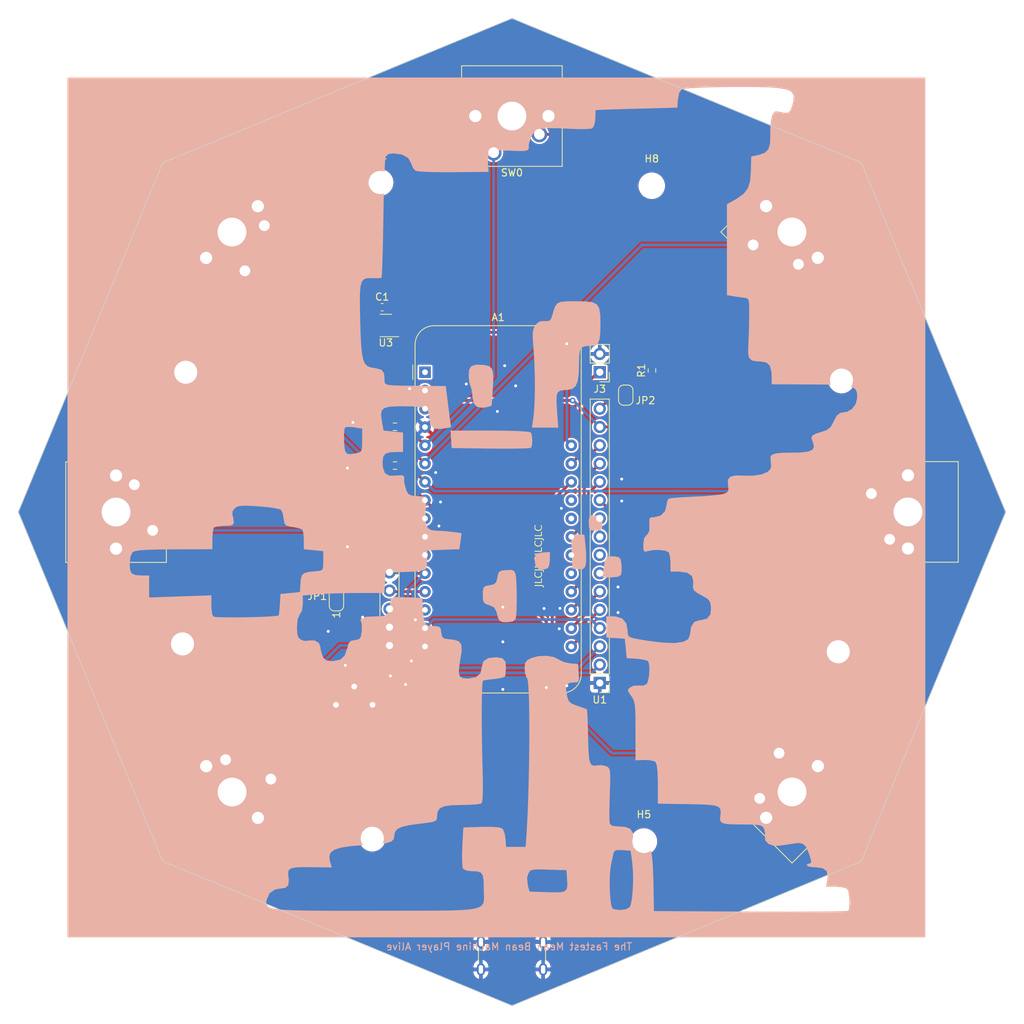
<source format=kicad_pcb>
(kicad_pcb (version 20221018) (generator pcbnew)
  (layers (0 "F.Cu" signal) (31 "B.Cu" signal) (34 "B.Paste" user) (35 "F.Paste" user) (36 "B.SilkS" user "B.Silkscreen") (37 "F.SilkS" user "F.Silkscreen") (38 "B.Mask" user) (39 "F.Mask" user) (44 "Edge.Cuts" user))
  (net 0 "")
  (net 3 "/DB7")
  (net 4 "/DB4")
  (net 5 "/DB5")
  (net 6 "/DB6")
  (net 7 "GND")
  (net 8 "+3.3V")
  (net 9 "/SW3")
  (net 10 "/SW4")
  (net 11 "/SW5")
  (net 12 "/SW6")
  (net 13 "/SW1")
  (net 14 "/SW2")
  (net 16 "/SW0")
  (net 17 "/S2")
  (net 18 "/S1")
  (net 19 "Net-(A1-TX{slash}IO17)")
  (net 20 "Net-(A1-SDA{slash}IO23)")
  (net 21 "Net-(A1-SCL{slash}IO22)")
  (net 22 "Net-(A1-EN)")
  (net 23 "Net-(A1-VBAT)")
  (net 24 "Net-(U3-NR)")
  (net 25 "Net-(JP1-C)")
  (net 26 "Net-(JP1-B)")
  (net 27 "/KEY")
  (net 28 "Net-(U1-VO)")
  (net 30 "Net-(JP2-B)")
  (net 37 "Net-(A1-USB)")
  (net 38 "Net-(J1-CC1)")
  (net 39 "Net-(J1-CC2)")
  (footprint "Button_Switch_Keyboard:SW_Cherry_MX_1.00u_PCB" (layer "F.Cu") (at -2.55 -49.92 180)
    (fp_text reference "SW0" (at -2.54 -2.794) (layer "F.SilkS"))
    (fp_text value "ChMxBl")
    (pad "" np_thru_hole circle (at -7.62 5.08 180) (size 1.7 1.7) (drill 1.7) (layers "*.Cu" "*.Mask"))
    (pad "" np_thru_hole circle (at -2.54 5.08 180) (size 4 4) (drill 4) (layers "*.Cu" "*.Mask"))
    (pad "" np_thru_hole circle (at 2.54 5.08 180) (size 1.7 1.7) (drill 1.7) (layers "*.Cu" "*.Mask"))
    (pad "1" thru_hole circle (at 0 0 180) (size 2.2 2.2) (drill 1.5) (layers "*.Cu" "*.Mask") (net 16 "/SW0"))
    (pad "2" thru_hole circle (at -6.35 2.54 180) (size 2.2 2.2) (drill 1.5) (layers "*.Cu" "*.Mask") (net 8 "+3.3V"))
  )
  (footprint "Resistor_SMD:R_0603_1608Metric_Pad0.98x0.95mm_HandSolder" (layer "F.Cu") (at 0.762 54.61 90)
    (fp_text reference "R9" (at 2.6905 0 90) (layer "F.SilkS"))
    (fp_text value "5k1")
    (pad "1" smd roundrect (at -0.9125 0 90) (size 0.975 0.95) (layers "F.Cu" "F.Paste" "F.Mask") (net 39 "Net-(J1-CC2)"))
    (pad "2" smd roundrect (at 0.9125 0 90) (size 0.975 0.95) (layers "F.Cu" "F.Paste" "F.Mask") (net 7 "GND"))
  )
  (footprint "Button_Switch_Keyboard:SW_Cherry_MX_1.00u_PCB" (layer "F.Cu") (at -49.92 2.55 -90)
    (fp_text reference "SW5" (at -2.54 -2.794 90) (layer "F.SilkS"))
    (fp_text value "ChMxBl")
    (pad "" np_thru_hole circle (at -7.62 5.08 270) (size 1.7 1.7) (drill 1.7) (layers "*.Cu" "*.Mask"))
    (pad "" np_thru_hole circle (at -2.54 5.08 270) (size 4 4) (drill 4) (layers "*.Cu" "*.Mask"))
    (pad "" np_thru_hole circle (at 2.54 5.08 270) (size 1.7 1.7) (drill 1.7) (layers "*.Cu" "*.Mask"))
    (pad "1" thru_hole circle (at 0 0 270) (size 2.2 2.2) (drill 1.5) (layers "*.Cu" "*.Mask") (net 11 "/SW5"))
    (pad "2" thru_hole circle (at -6.35 2.54 270) (size 2.2 2.2) (drill 1.5) (layers "*.Cu" "*.Mask") (net 8 "+3.3V"))
  )
  (footprint "Resistor_SMD:R_0603_1608Metric_Pad0.98x0.95mm_HandSolder" (layer "F.Cu") (at -16.256 -6.452556)
    (fp_text reference "R4" (at -2.794 0) (layer "F.SilkS"))
    (fp_text value "10k")
    (pad "1" smd roundrect (at -0.9125 0) (size 0.975 0.95) (layers "F.Cu" "F.Paste" "F.Mask") (net 7 "GND"))
    (pad "2" smd roundrect (at 0.9125 0) (size 0.975 0.95) (layers "F.Cu" "F.Paste" "F.Mask") (net 14 "/SW2"))
  )
  (footprint "MountingHole:MountingHole_3.2mm_M3_ISO14580" (layer "F.Cu") (at 45.318474 19.410081)
    (fp_text reference "H6" (at 0 -3.75) (layer "F.SilkS"))
    (fp_text value "MountingHole")
    (pad "" np_thru_hole circle (at 0 0) (size 3.2 3.2) (drill 3.2) (layers "*.Cu" "*.Mask"))
  )
  (footprint "MountingHole:MountingHole_3.2mm_M3_ISO14580" (layer "F.Cu") (at 18.32 45.77)
    (fp_text reference "H5" (at 0 -3.75) (layer "F.SilkS"))
    (fp_text value "MountingHole")
    (pad "" np_thru_hole circle (at 0 0) (size 3.2 3.2) (drill 3.2) (layers "*.Cu" "*.Mask"))
  )
  (footprint "MountingHole:MountingHole_3.2mm_M3_ISO14580" (layer "F.Cu") (at 19.410081 -45.318474)
    (fp_text reference "H8" (at 0 -3.75) (layer "F.SilkS"))
    (fp_text value "MountingHole")
    (pad "" np_thru_hole circle (at 0 0) (size 3.2 3.2) (drill 3.2) (layers "*.Cu" "*.Mask"))
  )
  (footprint "Resistor_SMD:R_0603_1608Metric_Pad0.98x0.95mm_HandSolder" (layer "F.Cu") (at -16.256 -11.835444)
    (fp_text reference "R2" (at -2.794 0) (layer "F.SilkS"))
    (fp_text value "10k")
    (pad "1" smd roundrect (at -0.9125 0) (size 0.975 0.95) (layers "F.Cu" "F.Paste" "F.Mask") (net 7 "GND"))
    (pad "2" smd roundrect (at 0.9125 0) (size 0.975 0.95) (layers "F.Cu" "F.Paste" "F.Mask") (net 16 "/SW0"))
  )
  (footprint "Resistor_SMD:R_0603_1608Metric_Pad0.98x0.95mm_HandSolder" (layer "F.Cu") (at -16.256 -1.069668)
    (fp_text reference "R6" (at -2.794 0) (layer "F.SilkS"))
    (fp_text value "10k")
    (pad "1" smd roundrect (at -0.9125 0) (size 0.975 0.95) (layers "F.Cu" "F.Paste" "F.Mask") (net 7 "GND"))
    (pad "2" smd roundrect (at 0.9125 0) (size 0.975 0.95) (layers "F.Cu" "F.Paste" "F.Mask") (net 10 "/SW4"))
  )
  (footprint "Module:Adafruit_Feather" (layer "F.Cu") (at -12.0845 -19.417207)
    (fp_text reference "A1" (at 10.16 -7.62) (layer "F.SilkS"))
    (fp_text value "Adafruit_Feather_HUZZAH32_ESP32")
    (pad "1" thru_hole rect (at 0 0 180) (size 1.6 1.6) (drill 0.8) (layers "*.Cu" "*.Mask"))
    (pad "2" thru_hole circle (at 0 2.54 180) (size 1.6 1.6) (drill 0.8) (layers "*.Cu" "*.Mask") (net 8 "+3.3V"))
    (pad "3" thru_hole circle (at 0 5.08 180) (size 1.6 1.6) (drill 0.8) (layers "*.Cu" "*.Mask"))
    (pad "4" thru_hole circle (at 0 7.62 180) (size 1.6 1.6) (drill 0.8) (layers "*.Cu" "*.Mask") (net 7 "GND"))
    (pad "5" thru_hole circle (at 0 10.16 180) (size 1.6 1.6) (drill 0.8) (layers "*.Cu" "*.Mask") (net 16 "/SW0"))
    (pad "6" thru_hole circle (at 0 12.7 180) (size 1.6 1.6) (drill 0.8) (layers "*.Cu" "*.Mask") (net 13 "/SW1"))
    (pad "7" thru_hole circle (at 0 15.24 180) (size 1.6 1.6) (drill 0.8) (layers "*.Cu" "*.Mask") (net 14 "/SW2"))
    (pad "8" thru_hole circle (at 0 17.78 180) (size 1.6 1.6) (drill 0.8) (layers "*.Cu" "*.Mask") (net 9 "/SW3"))
    (pad "9" thru_hole circle (at 0 20.32 180) (size 1.6 1.6) (drill 0.8) (layers "*.Cu" "*.Mask") (net 10 "/SW4"))
    (pad "10" thru_hole circle (at 0 22.86 180) (size 1.6 1.6) (drill 0.8) (layers "*.Cu" "*.Mask") (net 11 "/SW5"))
    (pad "11" thru_hole circle (at 0 25.4 180) (size 1.6 1.6) (drill 0.8) (layers "*.Cu" "*.Mask"))
    (pad "12" thru_hole circle (at 0 27.94 180) (size 1.6 1.6) (drill 0.8) (layers "*.Cu" "*.Mask") (net 12 "/SW6"))
    (pad "13" thru_hole circle (at 0 30.48 180) (size 1.6 1.6) (drill 0.8) (layers "*.Cu" "*.Mask") (net 17 "/S2"))
    (pad "14" thru_hole circle (at 0 33.02 180) (size 1.6 1.6) (drill 0.8) (layers "*.Cu" "*.Mask") (net 18 "/S1"))
    (pad "15" thru_hole circle (at 0 35.56 180) (size 1.6 1.6) (drill 0.8) (layers "*.Cu" "*.Mask") (net 19 "Net-(A1-TX{slash}IO17)"))
    (pad "16" thru_hole circle (at 0 38.1 180) (size 1.6 1.6) (drill 0.8) (layers "*.Cu" "*.Mask") (net 27 "/KEY"))
    (pad "17" thru_hole circle (at 20.32 38.1 180) (size 1.6 1.6) (drill 0.8) (layers "*.Cu" "*.Mask") (net 20 "Net-(A1-SDA{slash}IO23)"))
    (pad "18" thru_hole circle (at 20.32 35.56 180) (size 1.6 1.6) (drill 0.8) (layers "*.Cu" "*.Mask") (net 21 "Net-(A1-SCL{slash}IO22)"))
    (pad "19" thru_hole circle (at 20.32 33.02 180) (size 1.6 1.6) (drill 0.8) (layers "*.Cu" "*.Mask") (net 4 "/DB4"))
    (pad "20" thru_hole circle (at 20.32 30.48 180) (size 1.6 1.6) (drill 0.8) (layers "*.Cu" "*.Mask") (net 5 "/DB5"))
    (pad "21" thru_hole circle (at 20.32 27.94 180) (size 1.6 1.6) (drill 0.8) (layers "*.Cu" "*.Mask"))
    (pad "22" thru_hole circle (at 20.32 25.4 180) (size 1.6 1.6) (drill 0.8) (layers "*.Cu" "*.Mask") (net 6 "/DB6"))
    (pad "23" thru_hole circle (at 20.32 22.86 180) (size 1.6 1.6) (drill 0.8) (layers "*.Cu" "*.Mask") (net 3 "/DB7"))
    (pad "24" thru_hole circle (at 20.32 20.32 180) (size 1.6 1.6) (drill 0.8) (layers "*.Cu" "*.Mask"))
    (pad "25" thru_hole circle (at 20.32 17.78 180) (size 1.6 1.6) (drill 0.8) (layers "*.Cu" "*.Mask"))
    (pad "26" thru_hole circle (at 20.32 15.24 180) (size 1.6 1.6) (drill 0.8) (layers "*.Cu" "*.Mask") (net 37 "Net-(A1-USB)"))
    (pad "27" thru_hole circle (at 20.32 12.7 180) (size 1.6 1.6) (drill 0.8) (layers "*.Cu" "*.Mask") (net 22 "Net-(A1-EN)"))
    (pad "28" thru_hole circle (at 20.32 10.16 180) (size 1.6 1.6) (drill 0.8) (layers "*.Cu" "*.Mask") (net 23 "Net-(A1-VBAT)"))
  )
  (footprint "Resistor_SMD:R_0603_1608Metric_Pad0.98x0.95mm_HandSolder" (layer "F.Cu") (at -16.256 4.31322)
    (fp_text reference "R8" (at -2.794 0) (layer "F.SilkS"))
    (fp_text value "10k")
    (pad "1" smd roundrect (at -0.9125 0) (size 0.975 0.95) (layers "F.Cu" "F.Paste" "F.Mask") (net 7 "GND"))
    (pad "2" smd roundrect (at 0.9125 0) (size 0.975 0.95) (layers "F.Cu" "F.Paste" "F.Mask") (net 12 "/SW6"))
  )
  (footprint "PCM_Potentiometer_THT_AKL:Potentiometer_Bourns_3266W_Vertical" (layer "F.Cu") (at -24.455 26.785 180)
    (fp_text reference "RV1" (at -2.54 -2.27) (layer "F.SilkS"))
    (fp_text value "R_Potentiometer_Trim" hide)
    (pad "1" thru_hole circle (at 0 0 180) (size 1.44 1.44) (drill 0.8) (layers "*.Cu" "*.Mask") (net 7 "GND"))
    (pad "2" thru_hole circle (at -2.54 2.54 180) (size 1.44 1.44) (drill 0.8) (layers "*.Cu" "*.Mask") (net 28 "Net-(U1-VO)"))
    (pad "3" thru_hole circle (at -5.08 0 180) (size 1.44 1.44) (drill 0.8) (layers "*.Cu" "*.Mask") (net 25 "Net-(JP1-C)"))
  )
  (footprint "Button_Switch_Keyboard:SW_Cherry_MX_1.00u_PCB" (layer "F.Cu") (at -37.101893 -33.495648 -135)
    (fp_text reference "SW4" (at -2.54 -2.794 45) (layer "F.SilkS"))
    (fp_text value "ChMxBl")
    (pad "" np_thru_hole circle (at -7.62 5.08 225) (size 1.7 1.7) (drill 1.7) (layers "*.Cu" "*.Mask"))
    (pad "" np_thru_hole circle (at -2.54 5.08 225) (size 4 4) (drill 4) (layers "*.Cu" "*.Mask"))
    (pad "" np_thru_hole circle (at 2.54 5.08 225) (size 1.7 1.7) (drill 1.7) (layers "*.Cu" "*.Mask"))
    (pad "1" thru_hole circle (at 0 0 225) (size 2.2 2.2) (drill 1.5) (layers "*.Cu" "*.Mask") (net 10 "/SW4"))
    (pad "2" thru_hole circle (at -6.35 2.54 225) (size 2.2 2.2) (drill 1.5) (layers "*.Cu" "*.Mask") (net 8 "+3.3V"))
  )
  (footprint "Jumper:SolderJumper-3_P1.3mm_Bridged12_RoundedPad1.0x1.5mm_NumberLabels" (layer "F.Cu") (at -24.384 11.684 90)
    (fp_text reference "JP1" (at -0.016 -2.666 180) (layer "F.SilkS"))
    (fp_text value "Vfeather/Vbatt")
    (fp_text user "3" (at 2.6 0 90) (layer "F.SilkS"))
    (fp_text user "1" (at -2.6 0 90) (layer "F.SilkS"))
    (fp_poly (pts (xy -0.9 -0.3) (xy -0.4 -0.3) (xy -0.4 0.3) (xy -0.9 0.3)) (fill solid) (layer "F.Cu"))
    (pad "1" smd custom (at -1.3 0 90) (size 1 0.5) (layers "F.Cu" "F.Mask") (net 8 "+3.3V") (options (clearance outline) (anchor rect)) (primitives (gr_poly (pts (xy 0.55 0.75) (xy 0 0.75) (xy 0 -0.75) (xy 0.55 -0.75)) (width 0) (fill yes)) (gr_circle (center 0 0.25) (end 0.5 0.25) (width 0) (fill yes)) (gr_circle (center 0 -0.25) (end 0.5 -0.25) (width 0) (fill yes))))
    (pad "2" smd rect (at 0 0 90) (size 1 1.5) (layers "F.Cu" "F.Mask") (net 25 "Net-(JP1-C)"))
    (pad "3" smd custom (at 1.3 0 90) (size 1 0.5) (layers "F.Cu" "F.Mask") (net 26 "Net-(JP1-B)") (options (clearance outline) (anchor rect)) (primitives (gr_circle (center 0 0.25) (end 0.5 0.25) (width 0) (fill yes)) (gr_circle (center 0 -0.25) (end 0.5 -0.25) (width 0) (fill yes)) (gr_poly (pts (xy 0 0.75) (xy -0.55 0.75) (xy -0.55 -0.75) (xy 0 -0.75)) (width 0) (fill yes))))
  )
  (footprint "Connector_PinHeader_2.54mm:PinHeader_1x02_P2.54mm_Vertical" (layer "F.Cu") (at 12.192 -19.412207 180)
    (fp_text reference "J3" (at 0 -2.33) (layer "F.SilkS"))
    (fp_text value "MCU_EN")
    (pad "1" thru_hole rect (at 0 0 180) (size 1.7 1.7) (drill 1) (layers "*.Cu" "*.Mask") (net 22 "Net-(A1-EN)"))
    (pad "2" thru_hole oval (at 0 2.54 180) (size 1.7 1.7) (drill 1) (layers "*.Cu" "*.Mask") (net 7 "GND"))
  )
  (footprint "Resistor_SMD:R_0603_1608Metric_Pad0.98x0.95mm_HandSolder" (layer "F.Cu") (at -16.256 1.621776)
    (fp_text reference "R7" (at -2.794 0) (layer "F.SilkS"))
    (fp_text value "10k")
    (pad "1" smd roundrect (at -0.9125 0) (size 0.975 0.95) (layers "F.Cu" "F.Paste" "F.Mask") (net 7 "GND"))
    (pad "2" smd roundrect (at 0.9125 0) (size 0.975 0.95) (layers "F.Cu" "F.Paste" "F.Mask") (net 11 "/SW5"))
  )
  (footprint "Button_Switch_Keyboard:SW_Cherry_MX_1.00u_PCB" (layer "F.Cu") (at 33.495648 -37.101893 135)
    (fp_text reference "SW1" (at -2.54 -2.794 135) (layer "F.SilkS"))
    (fp_text value "ChMxBl")
    (pad "" np_thru_hole circle (at -7.62 5.08 135) (size 1.7 1.7) (drill 1.7) (layers "*.Cu" "*.Mask"))
    (pad "" np_thru_hole circle (at -2.54 5.08 135) (size 4 4) (drill 4) (layers "*.Cu" "*.Mask"))
    (pad "" np_thru_hole circle (at 2.54 5.08 135) (size 1.7 1.7) (drill 1.7) (layers "*.Cu" "*.Mask"))
    (pad "1" thru_hole circle (at 0 0 135) (size 2.2 2.2) (drill 1.5) (layers "*.Cu" "*.Mask") (net 13 "/SW1"))
    (pad "2" thru_hole circle (at -6.35 2.54 135) (size 2.2 2.2) (drill 1.5) (layers "*.Cu" "*.Mask") (net 8 "+3.3V"))
  )
  (footprint "MountingHole:MountingHole_3.2mm_M3_ISO14580" (layer "F.Cu") (at -19.410081 45.318474)
    (fp_text reference "H4" (at 0 -3.75) (layer "F.SilkS"))
    (fp_text value "MountingHole")
    (pad "" np_thru_hole circle (at 0 0) (size 3.2 3.2) (drill 3.2) (layers "*.Cu" "*.Mask"))
  )
  (footprint "MountingHole:MountingHole_3.2mm_M3_ISO14580" (layer "F.Cu") (at -45.77 18.32)
    (fp_text reference "H3" (at 0 -3.75) (layer "F.SilkS"))
    (fp_text value "MountingHole")
    (pad "" np_thru_hole circle (at 0 0) (size 3.2 3.2) (drill 3.2) (layers "*.Cu" "*.Mask"))
  )
  (footprint "MountingHole:MountingHole_3.2mm_M3_ISO14580" (layer "F.Cu") (at 45.77 -18.32)
    (fp_text reference "H7" (at 0 -3.75) (layer "F.SilkS"))
    (fp_text value "MountingHole")
    (pad "" np_thru_hole circle (at 0 0) (size 3.2 3.2) (drill 3.2) (layers "*.Cu" "*.Mask"))
  )
  (footprint "MountingHole:MountingHole_3.2mm_M3_ISO14580" (layer "F.Cu") (at -18.32 -45.77)
    (fp_text reference "H1" (at 0 -3.75) (layer "F.SilkS"))
    (fp_text value "MountingHole")
    (pad "" np_thru_hole circle (at 0 0) (size 3.2 3.2) (drill 3.2) (layers "*.Cu" "*.Mask"))
  )
  (footprint "MountingHole:MountingHole_3.2mm_M3_ISO14580" (layer "F.Cu") (at -45.318474 -19.410081)
    (fp_text reference "H2" (at 0 -3.75) (layer "F.SilkS"))
    (fp_text value "MountingHole")
    (pad "" np_thru_hole circle (at 0 0) (size 3.2 3.2) (drill 3.2) (layers "*.Cu" "*.Mask"))
  )
  (footprint "Connector_PinSocket_2.54mm:PinSocket_1x05_P2.54mm_Vertical" (layer "F.Cu") (at -17.018 18.542 180)
    (fp_text reference "J2" (at 2.632 -0.248 180) (layer "F.SilkS"))
    (fp_text value "Rot_Enc")
    (pad "1" thru_hole rect (at 0 0 180) (size 1.7 1.7) (drill 1) (layers "*.Cu" "*.Mask") (net 8 "+3.3V"))
    (pad "2" thru_hole oval (at 0 2.54 180) (size 1.7 1.7) (drill 1) (layers "*.Cu" "*.Mask") (net 27 "/KEY"))
    (pad "3" thru_hole oval (at 0 5.08 180) (size 1.7 1.7) (drill 1) (layers "*.Cu" "*.Mask") (net 18 "/S1"))
    (pad "4" thru_hole oval (at 0 7.62 180) (size 1.7 1.7) (drill 1) (layers "*.Cu" "*.Mask") (net 17 "/S2"))
    (pad "5" thru_hole oval (at 0 10.16 180) (size 1.7 1.7) (drill 1) (layers "*.Cu" "*.Mask") (net 7 "GND"))
  )
  (footprint "Button_Switch_Keyboard:SW_Cherry_MX_1.00u_PCB" (layer "F.Cu") (at -33.495648 37.101893 -45)
    (fp_text reference "SW6" (at -2.54 -2.794 135) (layer "F.SilkS"))
    (fp_text value "ChMxBl")
    (pad "" np_thru_hole circle (at -7.62 5.08 315) (size 1.7 1.7) (drill 1.7) (layers "*.Cu" "*.Mask"))
    (pad "" np_thru_hole circle (at -2.54 5.08 315) (size 4 4) (drill 4) (layers "*.Cu" "*.Mask"))
    (pad "" np_thru_hole circle (at 2.54 5.08 315) (size 1.7 1.7) (drill 1.7) (layers "*.Cu" "*.Mask"))
    (pad "1" thru_hole circle (at 0 0 315) (size 2.2 2.2) (drill 1.5) (layers "*.Cu" "*.Mask") (net 12 "/SW6"))
    (pad "2" thru_hole circle (at -6.35 2.54 315) (size 2.2 2.2) (drill 1.5) (layers "*.Cu" "*.Mask") (net 8 "+3.3V"))
  )
  (footprint "Button_Switch_Keyboard:SW_Cherry_MX_1.00u_PCB" (layer "F.Cu") (at 37.101893 33.495648 45)
    (fp_text reference "SW3" (at -2.54 -2.794 45) (layer "F.SilkS"))
    (fp_text value "ChMxBl")
    (pad "" np_thru_hole circle (at -7.62 5.08 45) (size 1.7 1.7) (drill 1.7) (layers "*.Cu" "*.Mask"))
    (pad "" np_thru_hole circle (at -2.54 5.08 45) (size 4 4) (drill 4) (layers "*.Cu" "*.Mask"))
    (pad "" np_thru_hole circle (at 2.54 5.08 45) (size 1.7 1.7) (drill 1.7) (layers "*.Cu" "*.Mask"))
    (pad "1" thru_hole circle (at 0 0 45) (size 2.2 2.2) (drill 1.5) (layers "*.Cu" "*.Mask") (net 9 "/SW3"))
    (pad "2" thru_hole circle (at -6.35 2.54 45) (size 2.2 2.2) (drill 1.5) (layers "*.Cu" "*.Mask") (net 8 "+3.3V"))
  )
  (footprint "Resistor_SMD:R_0603_1608Metric_Pad0.98x0.95mm_HandSolder" (layer "F.Cu") (at -16.256 -3.761112)
    (fp_text reference "R5" (at -2.794 0) (layer "F.SilkS"))
    (fp_text value "10k")
    (pad "1" smd roundrect (at -0.9125 0) (size 0.975 0.95) (layers "F.Cu" "F.Paste" "F.Mask") (net 7 "GND"))
    (pad "2" smd roundrect (at 0.9125 0) (size 0.975 0.95) (layers "F.Cu" "F.Paste" "F.Mask") (net 9 "/SW3"))
  )
  (footprint "Connector_USB:USB_C_Receptacle_GCT_USB4125-xx-x-0190_6P_TopMnt_Horizontal" (layer "F.Cu") (at 0 62.738)
    (fp_text reference "J1" (at 0 -5.1 unlocked) (layer "F.SilkS"))
    (fp_text value "USB_C_Receptacle_PowerOnly_6P")
    (pad "A5" smd roundrect (at -0.5 -3.08) (size 0.7 1.2) (layers "F.Cu" "F.Paste" "F.Mask") (net 38 "Net-(J1-CC1)"))
    (pad "A9" smd roundrect (at 1.52 -3.08 180) (size 0.76 1.2) (layers "F.Cu" "F.Paste" "F.Mask") (net 37 "Net-(A1-USB)"))
    (pad "A12" smd roundrect (at 2.75 -3.08 180) (size 0.8 1.2) (layers "F.Cu" "F.Paste" "F.Mask") (net 7 "GND"))
    (pad "B5" smd roundrect (at 0.5 -3.08 180) (size 0.7 1.2) (layers "F.Cu" "F.Paste" "F.Mask") (net 39 "Net-(J1-CC2)"))
    (pad "B9" smd roundrect (at -1.52 -3.08) (size 0.76 1.2) (layers "F.Cu" "F.Paste" "F.Mask") (net 37 "Net-(A1-USB)"))
    (pad "B12" smd roundrect (at -2.75 -3.08) (size 0.8 1.2) (layers "F.Cu" "F.Paste" "F.Mask") (net 7 "GND"))
    (pad "S1" thru_hole oval (at -4.32 -3) (size 1.1 1.7) (drill oval 0.6 1.2) (layers "*.Cu" "*.Mask" "F.Paste") (net 7 "GND"))
    (pad "S1" thru_hole oval (at -4.32 0.8) (size 1.1 1.7) (drill oval 0.6 1.2) (layers "*.Cu" "*.Mask" "F.Paste") (net 7 "GND"))
    (pad "S1" thru_hole oval (at 4.32 -3) (size 1.1 1.7) (drill oval 0.6 1.2) (layers "*.Cu" "*.Mask" "F.Paste") (net 7 "GND"))
    (pad "S1" thru_hole oval (at 4.32 0.8) (size 1.1 1.7) (drill oval 0.6 1.2) (layers "*.Cu" "*.Mask" "F.Paste") (net 7 "GND"))
  )
  (footprint "Button_Switch_Keyboard:SW_Cherry_MX_1.00u_PCB" (layer "F.Cu") (at 49.92 -2.55 90)
    (fp_text reference "SW2" (at -2.54 -2.794 90) (layer "F.SilkS"))
    (fp_text value "ChMxBl")
    (pad "" np_thru_hole circle (at -7.62 5.08 90) (size 1.7 1.7) (drill 1.7) (layers "*.Cu" "*.Mask"))
    (pad "" np_thru_hole circle (at -2.54 5.08 90) (size 4 4) (drill 4) (layers "*.Cu" "*.Mask"))
    (pad "" np_thru_hole circle (at 2.54 5.08 90) (size 1.7 1.7) (drill 1.7) (layers "*.Cu" "*.Mask"))
    (pad "1" thru_hole circle (at 0 0 90) (size 2.2 2.2) (drill 1.5) (layers "*.Cu" "*.Mask") (net 14 "/SW2"))
    (pad "2" thru_hole circle (at -6.35 2.54 90) (size 2.2 2.2) (drill 1.5) (layers "*.Cu" "*.Mask") (net 8 "+3.3V"))
  )
  (footprint "Resistor_SMD:R_0603_1608Metric_Pad0.98x0.95mm_HandSolder" (layer "F.Cu") (at 19.44 -19.6525 90)
    (fp_text reference "R1" (at -0.0025 -1.47 90) (layer "F.SilkS"))
    (fp_text value "220")
    (pad "1" smd roundrect (at -0.9125 0 90) (size 0.975 0.95) (layers "F.Cu" "F.Paste" "F.Mask") (net 30 "Net-(JP2-B)"))
    (pad "2" smd roundrect (at 0.9125 0 90) (size 0.975 0.95) (layers "F.Cu" "F.Paste" "F.Mask") (net 7 "GND"))
  )
  (footprint "Resistor_SMD:R_0603_1608Metric_Pad0.98x0.95mm_HandSolder" (layer "F.Cu") (at -0.762 54.61 90)
    (fp_text reference "R10" (at 3.1985 0 90) (layer "F.SilkS"))
    (fp_text value "5k1")
    (pad "1" smd roundrect (at -0.9125 0 90) (size 0.975 0.95) (layers "F.Cu" "F.Paste" "F.Mask") (net 38 "Net-(J1-CC1)"))
    (pad "2" smd roundrect (at 0.9125 0 90) (size 0.975 0.95) (layers "F.Cu" "F.Paste" "F.Mask") (net 7 "GND"))
  )
  (footprint "Capacitor_SMD:C_0603_1608Metric" (layer "F.Cu") (at -18.034 -28.448)
    (fp_text reference "C1" (at 0 -1.43) (layer "F.SilkS"))
    (fp_text value "100n")
    (pad "1" smd roundrect (at -0.775 0) (size 0.9 0.95) (layers "F.Cu" "F.Paste" "F.Mask") (net 24 "Net-(U3-NR)"))
    (pad "2" smd roundrect (at 0.775 0) (size 0.9 0.95) (layers "F.Cu" "F.Paste" "F.Mask") (net 7 "GND"))
  )
  (footprint "Package_TO_SOT_SMD:SOT-23-5" (layer "F.Cu") (at -17.526 -25.908 180)
    (fp_text reference "U3" (at 0 -2.4) (layer "F.SilkS"))
    (fp_text value "TPS73131DBV")
    (pad "1" smd roundrect (at -1.1375 -0.95 180) (size 1.325 0.6) (layers "F.Cu" "F.Paste" "F.Mask") (net 23 "Net-(A1-VBAT)"))
    (pad "2" smd roundrect (at -1.1375 0 180) (size 1.325 0.6) (layers "F.Cu" "F.Paste" "F.Mask") (net 7 "GND"))
    (pad "3" smd roundrect (at -1.1375 0.95 180) (size 1.325 0.6) (layers "F.Cu" "F.Paste" "F.Mask") (net 23 "Net-(A1-VBAT)"))
    (pad "4" smd roundrect (at 1.1375 0.95 180) (size 1.325 0.6) (layers "F.Cu" "F.Paste" "F.Mask") (net 24 "Net-(U3-NR)"))
    (pad "5" smd roundrect (at 1.1375 -0.95 180) (size 1.325 0.6) (layers "F.Cu" "F.Paste" "F.Mask") (net 26 "Net-(JP1-B)"))
  )
  (footprint "Resistor_SMD:R_0603_1608Metric_Pad0.98x0.95mm_HandSolder" (layer "F.Cu") (at -16.256 -9.144)
    (fp_text reference "R3" (at -2.794 0) (layer "F.SilkS"))
    (fp_text value "10k")
    (pad "1" smd roundrect (at -0.9125 0) (size 0.975 0.95) (layers "F.Cu" "F.Paste" "F.Mask") (net 7 "GND"))
    (pad "2" smd roundrect (at 0.9125 0) (size 0.975 0.95) (layers "F.Cu" "F.Paste" "F.Mask") (net 13 "/SW1"))
  )
  (footprint "Jumper:SolderJumper-2_P1.3mm_Open_RoundedPad1.0x1.5mm" (layer "F.Cu") (at 15.8 -16.23 -90)
    (fp_text reference "JP2" (at 0.74 -2.74 -180) (layer "F.SilkS"))
    (fp_text value "Rser_LED")
    (pad "1" smd custom (at -0.65 0 270) (size 1 0.5) (layers "F.Cu" "F.Mask") (net 7 "GND") (options (clearance outline) (anchor rect)) (primitives (gr_circle (center 0 0.25) (end 0.5 0.25) (width 0) (fill yes)) (gr_circle (center 0 -0.25) (end 0.5 -0.25) (width 0) (fill yes)) (gr_poly (pts (xy 0.5 0.75) (xy 0 0.75) (xy 0 -0.75) (xy 0.5 -0.75)) (width 0) (fill yes))))
    (pad "2" smd custom (at 0.65 0 270) (size 1 0.5) (layers "F.Cu" "F.Mask") (net 30 "Net-(JP2-B)") (options (clearance outline) (anchor rect)) (primitives (gr_circle (center 0 0.25) (end 0.5 0.25) (width 0) (fill yes)) (gr_circle (center 0 -0.25) (end 0.5 -0.25) (width 0) (fill yes)) (gr_poly (pts (xy 0 0.75) (xy -0.5 0.75) (xy -0.5 -0.75) (xy 0 -0.75)) (width 0) (fill yes))))
  )
  (footprint "Connector_PinHeader_2.54mm:PinHeader_1x16_P2.54mm_Vertical" (layer "F.Cu") (at 12.192 23.749 180)
    (fp_text reference "U1" (at 0 -2.33) (layer "F.SilkS"))
    (fp_text value "NHD-0420H1Z")
    (pad "1" thru_hole rect (at 0 0 180) (size 1.7 1.7) (drill 1) (layers "*.Cu" "*.Mask") (net 7 "GND"))
    (pad "2" thru_hole oval (at 0 2.54 180) (size 1.7 1.7) (drill 1) (layers "*.Cu" "*.Mask") (net 25 "Net-(JP1-C)"))
    (pad "3" thru_hole oval (at 0 5.08 180) (size 1.7 1.7) (drill 1) (layers "*.Cu" "*.Mask") (net 28 "Net-(U1-VO)"))
    (pad "4" thru_hole oval (at 0 7.62 180) (size 1.7 1.7) (drill 1) (layers "*.Cu" "*.Mask") (net 19 "Net-(A1-TX{slash}IO17)"))
    (pad "5" thru_hole oval (at 0 10.16 180) (size 1.7 1.7) (drill 1) (layers "*.Cu" "*.Mask") (net 20 "Net-(A1-SDA{slash}IO23)"))
    (pad "6" thru_hole oval (at 0 12.7 180) (size 1.7 1.7) (drill 1) (layers "*.Cu" "*.Mask") (net 21 "Net-(A1-SCL{slash}IO22)"))
    (pad "7" thru_hole oval (at 0 15.24 180) (size 1.7 1.7) (drill 1) (layers "*.Cu" "*.Mask"))
    (pad "8" thru_hole oval (at 0 17.78 180) (size 1.7 1.7) (drill 1) (layers "*.Cu" "*.Mask"))
    (pad "9" thru_hole oval (at 0 20.32 180) (size 1.7 1.7) (drill 1) (layers "*.Cu" "*.Mask"))
    (pad "10" thru_hole oval (at 0 22.86 180) (size 1.7 1.7) (drill 1) (layers "*.Cu" "*.Mask"))
    (pad "11" thru_hole oval (at 0 25.4 180) (size 1.7 1.7) (drill 1) (layers "*.Cu" "*.Mask") (net 4 "/DB4"))
    (pad "12" thru_hole oval (at 0 27.94 180) (size 1.7 1.7) (drill 1) (layers "*.Cu" "*.Mask") (net 5 "/DB5"))
    (pad "13" thru_hole oval (at 0 30.48 180) (size 1.7 1.7) (drill 1) (layers "*.Cu" "*.Mask") (net 6 "/DB6"))
    (pad "14" thru_hole oval (at 0 33.02 180) (size 1.7 1.7) (drill 1) (layers "*.Cu" "*.Mask") (net 3 "/DB7"))
    (pad "15" thru_hole oval (at 0 35.56 180) (size 1.7 1.7) (drill 1) (layers "*.Cu" "*.Mask") (net 8 "+3.3V"))
    (pad "16" thru_hole oval (at 0 38.1 180) (size 1.7 1.7) (drill 1) (layers "*.Cu" "*.Mask") (net 30 "Net-(JP2-B)"))
  )
  (footprint "LOGO" (layer "B.Cu") (at -2.032 -0.367207 180)
    (fp_text reference "G***" hide)
    (fp_text value "LOGO" hide)
  )
  (gr_poly (pts (xy 0 -68.58) (xy -48.514 -48.514) (xy -68.58 0) (xy -48.514 48.514) (xy 0 68.58) (xy 48.514 48.514) (xy 68.58 0) (xy 48.514 -48.514)) (stroke (width 0.1)) (fill none) (layer "Edge.Cuts"))
  (gr_text "The Fastest Mean Bean Machine Player Alive" (at 16.764 60.96) (layer "B.SilkS") (effects (font (size 1 1)) (justify left bottom mirror)))
  (gr_text "JLCJLCJLCJLC" (at 4.318 10.414 90) (layer "F.SilkS") (effects (font (size 1 1)) (justify left bottom)))
  (segment (start 8.2355 3.442793) (end 9.4355 2.242793) (width 0.4) (layer "F.Cu") (net 3))
  (segment (start 9.4355 -6.500707) (end 12.192 -9.257207) (width 0.4) (layer "F.Cu") (net 3))
  (segment (start 9.4355 2.242793) (end 9.4355 -6.500707) (width 0.4) (layer "F.Cu") (net 3))
  (segment (start 12.678904 4.723656) (end 11.278344 4.723656) (width 0.35) (layer "F.Cu") (net 4))
  (segment (start 11.278344 4.723656) (end 10.16 5.842) (width 0.4) (layer "F.Cu") (net 4))
  (segment (start 13.442 -0.387207) (end 13.442 3.96056) (width 0.4) (layer "F.Cu") (net 4))
  (segment (start 13.442 3.96056) (end 12.678904 4.723656) (width 0.4) (layer "F.Cu") (net 4))
  (segment (start 12.192 -1.637207) (end 13.442 -0.387207) (width 0.4) (layer "F.Cu") (net 4))
  (segment (start 10.16 5.842) (end 10.16 11.678293) (width 0.4) (layer "F.Cu") (net 4))
  (segment (start 10.16 11.678293) (end 8.2355 13.602793) (width 0.4) (layer "F.Cu") (net 4))
  (segment (start 9.56 5.506821) (end 9.56 9.738293) (width 0.4) (layer "F.Cu") (net 5))
  (segment (start 10.6355 -2.620707) (end 10.6355 4.431321) (width 0.4) (layer "F.Cu") (net 5))
  (segment (start 12.192 -4.177207) (end 10.6355 -2.620707) (width 0.4) (layer "F.Cu") (net 5))
  (segment (start 9.56 9.738293) (end 8.2355 11.062793) (width 0.4) (layer "F.Cu") (net 5))
  (segment (start 10.6355 4.431321) (end 9.56 5.506821) (width 0.4) (layer "F.Cu") (net 5))
  (segment (start 12.192 -6.717207) (end 10.0355 -4.560707) (width 0.4) (layer "F.Cu") (net 6))
  (segment (start 10.0355 -4.560707) (end 10.0355 4.182793) (width 0.4) (layer "F.Cu") (net 6))
  (segment (start 10.0355 4.182793) (end 8.2355 5.982793) (width 0.4) (layer "F.Cu") (net 6))
  (segment (start -16.878817 -25.908) (end -16.3885 -25.908) (width 0.4) (layer "F.Cu") (net 7))
  (segment (start -17.451 -28.256) (end -17.451 -26.480183) (width 0.4) (layer "F.Cu") (net 7))
  (segment (start -17.259 -28.448) (end -17.451 -28.256) (width 0.4) (layer "F.Cu") (net 7))
  (segment (start -14.366 -16.989207) (end -14.224 -17.131207) (width 0.4) (layer "F.Cu") (net 7))
  (segment (start -17.451 -26.480183) (end -16.878817 -25.908) (width 0.4) (layer "F.Cu") (net 7))
  (via (at 14.732 13.97) (size 0.8) (drill 0.4) (layers "F.Cu" "B.Cu") (net 7))
  (via (at 15.24 -1.524) (size 0.8) (drill 0.4) (layers "F.Cu" "B.Cu") (net 7))
  (via (at 15.24 -4.572) (size 0.8) (drill 0.4) (layers "F.Cu" "B.Cu") (net 7))
  (via (at -13.42 14.98) (size 0.8) (drill 0.4) (layers "F.Cu" "B.Cu") (net 7))
  (via (at 4.45 13.41) (size 0.8) (drill 0.4) (layers "F.Cu" "B.Cu") (net 7))
  (via (at -14.78 23.96) (size 0.8) (drill 0.4) (layers "F.Cu" "B.Cu") (net 7))
  (via (at 14.732 10.414) (size 0.8) (drill 0.4) (layers "F.Cu" "B.Cu") (net 7))
  (via (at -22.86 -6.096) (size 0.8) (drill 0.4) (layers "F.Cu" "B.Cu") (net 7))
  (via (at -1.27 18.034) (size 0.8) (drill 0.4) (layers "F.Cu" "B.Cu") (net 7))
  (via (at 6.858 -0.508) (size 0.8) (drill 0.4) (layers "F.Cu" "B.Cu") (net 7))
  (via (at -13.98 20.69) (size 0.8) (drill 0.4) (layers "F.Cu" "B.Cu") (net 7))
  (via (at -20.75 14.61) (size 0.8) (drill 0.4) (layers "F.Cu" "B.Cu") (net 7))
  (via (at -16.89 22.77) (size 0.8) (drill 0.4) (layers "F.Cu" "B.Cu") (net 7))
  (via (at -22.098 -12.446) (size 0.8) (drill 0.4) (layers "F.Cu" "B.Cu") (net 7))
  (via (at 6.56 16.22) (size 0.8) (drill 0.4) (layers "F.Cu" "B.Cu") (net 7))
  (via (at -6.35 -17.78) (size 0.8) (drill 0.4) (layers "F.Cu" "B.Cu") (net 7))
  (via (at -9.93 -1.39) (size 0.8) (drill 0.4) (layers "F.Cu" "B.Cu") (net 7))
  (via (at -10.6 -5.48) (size 0.8) (drill 0.4) (layers "F.Cu" "B.Cu") (net 7))
  (via (at -1.27 24.638) (size 0.8) (drill 0.4) (layers "F.Cu" "B.Cu") (net 7))
  (via (at -10.15 1.95) (size 0.8) (drill 0.4) (layers "F.Cu" "B.Cu") (net 7))
  (via (at 0.508 -17.526) (size 0.8) (drill 0.4) (layers "F.Cu" "B.Cu") (net 7))
  (via (at -25.528564 16.58) (size 0.8) (drill 0.4) (layers "F.Cu" "B.Cu") (net 7))
  (via (at -2.032 -13.97) (size 0.8) (drill 0.4) (layers "F.Cu" "B.Cu") (net 7))
  (via (at -14.224 -17.131207) (size 0.8) (drill 0.4) (layers "F.Cu" "B.Cu") (net 7))
  (via (at -1.016 -20.32) (size 0.8) (drill 0.4) (layers "F.Cu" "B.Cu") (net 7))
  (via (at -1.27 13.208) (size 0.8) (drill 0.4) (layers "F.Cu" "B.Cu") (net 7))
  (via (at -22.86 4.826) (size 0.8) (drill 0.4) (layers "F.Cu" "B.Cu") (net 7))
  (via (at 6.66 13.38) (size 0.8) (drill 0.4) (layers "F.Cu" "B.Cu") (net 7))
  (via (at 7.62 24.13) (size 0.8) (drill 0.4) (layers "F.Cu" "B.Cu") (net 7))
  (via (at -23.156041 21.293959) (size 0.8) (drill 0.4) (layers "F.Cu" "B.Cu") (net 7))
  (segment (start 34.407816 39.781827) (end 12.179643 62.01) (width 0.4) (layer "F.Cu") (net 8))
  (segment (start -18.868 18.542) (end -17.018 18.542) (width 0.4) (layer "F.Cu") (net 8))
  (segment (start -21.729643 -52.46) (end 3.8 -52.46) (width 0.4) (layer "F.Cu") (net 8))
  (segment (start -34.407816 -39.781827) (end -21.729643 -52.46) (width 0.4) (layer "F.Cu") (net 8))
  (segment (start 17.185011 -11.811) (end 39.781827 -34.407816) (width 0.4) (layer "F.Cu") (net 8))
  (segment (start -24.384 13.026) (end -18.868 18.542) (width 0.4) (layer "F.Cu") (net 8))
  (segment (start 52.46 21.729643) (end 52.46 3.8) (width 0.4) (layer "F.Cu") (net 8))
  (segment (start -52.55 -3.71) (end -52.46 -3.8) (width 0.4) (layer "F.Cu") (net 8))
  (segment (start 52.46 -21.729643) (end 39.781827 -34.407816) (width 0.4) (layer "F.Cu") (net 8))
  (segment (start -10.701293 -15.494) (end -12.0845 -16.877207) (width 0.4) (layer "F.Cu") (net 8))
  (segment (start 34.407816 39.781827) (end 52.46 21.729643) (width 0.4) (layer "F.Cu") (net 8))
  (segment (start 39.781827 -34.535096) (end 39.781827 -34.407816) (width 0.4) (layer "F.Cu") (net 8))
  (segment (start -39.781827 34.407816) (end -52.55 21.639643) (width 0.4) (layer "F.Cu") (net 8))
  (segment (start 3.8 -52.46) (end 21.856923 -52.46) (width 0.4) (layer "F.Cu") (net 8))
  (segment (start 12.192 -11.811) (end 17.185011 -11.811) (width 0.4) (layer "F.Cu") (net 8))
  (segment (start 21.856923 -52.46) (end 39.781827 -34.535096) (width 0.4) (layer "F.Cu") (net 8))
  (segment (start -34.407816 -39.781827) (end -52.46 -21.729643) (width 0.4) (layer "F.Cu") (net 8))
  (segment (start -52.55 21.639643) (end -52.55 -3.71) (width 0.4) (layer "F.Cu") (net 8))
  (segment (start -12.179643 62.01) (end -39.781827 34.407816) (width 0.4) (layer "F.Cu") (net 8))
  (segment (start -24.384 12.984) (end -24.384 13.026) (width 0.4) (layer "F.Cu") (net 8))
  (segment (start 8.4195 -15.494) (end -10.701293 -15.494) (width 0.4) (layer "F.Cu") (net 8))
  (segment (start 12.179643 62.01) (end -12.179643 62.01) (width 0.4) (layer "F.Cu") (net 8))
  (segment (start 52.46 3.8) (end 52.46 -21.729643) (width 0.4) (layer "F.Cu") (net 8))
  (segment (start -52.46 -21.729643) (end -52.46 -3.8) (width 0.4) (layer "F.Cu") (net 8))
  (via (at 8.4195 -15.494) (size 0.8) (drill 0.4) (layers "F.Cu" "B.Cu") (net 8))
  (segment (start -39.781827 34.407816) (end -23.916011 18.542) (width 0.4) (layer "B.Cu") (net 8))
  (segment (start 8.509 -15.494) (end 8.4195 -15.494) (width 0.4) (layer "B.Cu") (net 8))
  (segment (start 12.192 -11.811) (end 8.509 -15.494) (width 0.4) (layer "B.Cu") (net 8))
  (segment (start -23.916011 18.542) (end -17.018 18.542) (width 0.4) (layer "B.Cu") (net 8))
  (segment (start -12.0845 -1.637207) (end 4.77 15.217293) (width 0.4) (layer "F.Cu") (net 9))
  (segment (start -14.208405 -3.761112) (end -12.0845 -1.637207) (width 0.4) (layer "F.Cu") (net 9))
  (segment (start -15.3435 -3.761112) (end -14.208405 -3.761112) (width 0.4) (layer "F.Cu") (net 9))
  (segment (start 4.77 15.217293) (end 4.77 24.38) (width 0.4) (layer "F.Cu") (net 9))
  (via (at 4.77 24.38) (size 0.8) (drill 0.4) (layers "F.Cu" "B.Cu") (net 9))
  (segment (start 37.101893 33.495648) (end 13.885648 33.495648) (width 0.4) (layer "B.Cu") (net 9))
  (segment (start 13.885648 33.495648) (end 4.77 24.38) (width 0.4) (layer "B.Cu") (net 9))
  (segment (start -15.3435 -1.069668) (end -14.056961 -1.069668) (width 0.4) (layer "F.Cu") (net 10))
  (segment (start -14.056961 -1.069668) (end -12.0845 0.902793) (width 0.4) (layer "F.Cu") (net 10))
  (segment (start -12.0845 0.902793) (end -37.101893 -24.1146) (width 0.4) (layer "B.Cu") (net 10))
  (segment (start -37.101893 -24.1146) (end -37.101893 -33.495648) (width 0.4) (layer "B.Cu") (net 10))
  (segment (start -13.905517 1.621776) (end -12.0845 3.442793) (width 0.4) (layer "F.Cu") (net 11))
  (segment (start -15.3435 1.621776) (end -13.905517 1.621776) (width 0.4) (layer "F.Cu") (net 11))
  (segment (start -12.977293 2.55) (end -12.0845 3.442793) (width 0.4) (layer "B.Cu") (net 11))
  (segment (start -49.92 2.55) (end -12.977293 2.55) (width 0.4) (layer "B.Cu") (net 11))
  (segment (start -14.337207 8.522793) (end -12.0845 8.522793) (width 0.4) (layer "F.Cu") (net 12))
  (segment (start -15.3435 4.31322) (end -15.3435 7.5165) (width 0.4) (layer "F.Cu") (net 12))
  (segment (start -15.3435 7.5165) (end -14.337207 8.522793) (width 0.4) (layer "F.Cu") (net 12))
  (segment (start -33.495648 37.101893) (end -33.495648 33.885648) (width 0.4) (layer "B.Cu") (net 12))
  (segment (start -14.478 10.916293) (end -12.0845 8.522793) (width 0.4) (layer "B.Cu") (net 12))
  (segment (start -20.15 20.54) (end -15.91 20.54) (width 0.4) (layer "B.Cu") (net 12))
  (segment (start -14.478 19.108) (end -14.478 10.916293) (width 0.4) (layer "B.Cu") (net 12))
  (segment (start -33.495648 33.885648) (end -20.15 20.54) (width 0.4) (layer "B.Cu") (net 12))
  (segment (start -15.91 20.54) (end -14.478 19.108) (width 0.4) (layer "B.Cu") (net 12))
  (segment (start -15.3435 -9.144) (end -14.511293 -9.144) (width 0.4) (layer "F.Cu") (net 13))
  (segment (start -14.511293 -9.144) (end -12.0845 -6.717207) (width 0.4) (layer "F.Cu") (net 13))
  (segment (start 18.051893 -37.101893) (end 33.495648 -37.101893) (width 0.4) (layer "B.Cu") (net 13))
  (segment (start -12.0845 -6.717207) (end -12.0845 -6.9655) (width 0.4) (layer "B.Cu") (net 13))
  (segment (start -12.0845 -6.9655) (end 18.051893 -37.101893) (width 0.4) (layer "B.Cu") (net 13))
  (segment (start -15.3435 -6.452556) (end -14.359849 -6.452556) (width 0.4) (layer "F.Cu") (net 14))
  (segment (start -14.359849 -6.452556) (end -12.0845 -4.177207) (width 0.4) (layer "F.Cu") (net 14))
  (segment (start -10.803637 -2.896344) (end -12.0845 -4.177207) (width 0.4) (layer "B.Cu") (net 14))
  (segment (start 49.573656 -2.896344) (end -10.803637 -2.896344) (width 0.375) (layer "B.Cu") (net 14))
  (segment (start 49.92 -2.55) (end 49.573656 -2.896344) (width 0.4) (layer "B.Cu") (net 14))
  (segment (start 49.92 -2.55) (end 49.524344 -2.945656) (width 0.4) (layer "B.Cu") (net 14))
  (segment (start -14.662737 -11.835444) (end -12.0845 -9.257207) (width 0.4) (layer "F.Cu") (net 16))
  (segment (start -15.3435 -11.835444) (end -14.662737 -11.835444) (width 0.4) (layer "F.Cu") (net 16))
  (segment (start -2.55 -18.791707) (end -2.55 -49.92) (width 0.4) (layer "B.Cu") (net 16))
  (segment (start -12.0845 -9.257207) (end -2.55 -18.791707) (width 0.4) (layer "B.Cu") (net 16))
  (segment (start -12.0845 11.062793) (end -16.877207 11.062793) (width 0.4) (layer "F.Cu") (net 17))
  (segment (start -16.877207 11.062793) (end -17.018 10.922) (width 0.4) (layer "F.Cu") (net 17))
  (segment (start -12.225293 13.462) (end -12.0845 13.602793) (width 0.4) (layer "F.Cu") (net 18))
  (segment (start -17.018 13.462) (end -12.225293 13.462) (width 0.4) (layer "F.Cu") (net 18))
  (segment (start 10.992 14.942793) (end 12.192 16.142793) (width 0.4) (layer "B.Cu") (net 19))
  (segment (start -10.8845 14.942793) (end 10.992 14.942793) (width 0.4) (layer "B.Cu") (net 19))
  (segment (start -12.0845 16.142793) (end -10.8845 14.942793) (width 0.4) (layer "B.Cu") (net 19))
  (segment (start 10.942 15.976293) (end 8.2355 18.682793) (width 0.4) (layer "F.Cu") (net 20))
  (segment (start 12.192 13.602793) (end 10.942 14.852793) (width 0.4) (layer "F.Cu") (net 20))
  (segment (start 10.942 14.852793) (end 10.942 15.976293) (width 0.4) (layer "F.Cu") (net 20))
  (segment (start 10.942 12.312793) (end 10.942 13.436293) (width 0.4) (layer "F.Cu") (net 21))
  (segment (start 10.942 13.436293) (end 8.2355 16.142793) (width 0.4) (layer "F.Cu") (net 21))
  (segment (start 12.192 11.062793) (end 10.942 12.312793) (width 0.4) (layer "F.Cu") (net 21))
  (segment (start 12.192 -19.412207) (end 11.932207 -19.412207) (width 0.4) (layer "F.Cu") (net 22))
  (segment (start 9.4355 -16.9155) (end 9.4355 -7.917207) (width 0.4) (layer "F.Cu") (net 22))
  (segment (start 11.932207 -19.412207) (end 9.4355 -16.9155) (width 0.4) (layer "F.Cu") (net 22))
  (segment (start 9.4355 -7.917207) (end 8.2355 -6.717207) (width 0.4) (layer "F.Cu") (net 22))
  (segment (start -15.898183 -26.858) (end -15.14625 -26.106067) (width 0.4) (layer "F.Cu") (net 23))
  (segment (start -15.24 -24.958) (end -16.3885 -24.958) (width 0.4) (layer "F.Cu") (net 23))
  (segment (start -15.14625 -25.05175) (end -15.24 -24.958) (width 0.4) (layer "F.Cu") (net 23))
  (segment (start 6.03 -24.958) (end -16.3885 -24.958) (width 0.4) (layer "F.Cu") (net 23))
  (segment (start 7.62 -23.368) (end 6.03 -24.958) (width 0.4) (layer "F.Cu") (net 23))
  (segment (start -16.3885 -26.858) (end -15.898183 -26.858) (width 0.4) (layer "F.Cu") (net 23))
  (segment (start -15.14625 -26.106067) (end -15.14625 -25.05175) (width 0.4) (layer "F.Cu") (net 23))
  (via (at 7.62 -23.368) (size 0.8) (drill 0.4) (layers "F.Cu" "B.Cu") (net 23))
  (segment (start 7.62 -23.368) (end 7.62 -9.872707) (width 0.4) (layer "B.Cu") (net 23))
  (segment (start 7.62 -9.872707) (end 8.2355 -9.257207) (width 0.4) (layer "B.Cu") (net 23))
  (segment (start -18.809 -27.0035) (end -18.6635 -26.858) (width 0.4) (layer "F.Cu") (net 24))
  (segment (start -18.809 -28.448) (end -18.809 -27.0035) (width 0.4) (layer "F.Cu") (net 24))
  (segment (start -24.176246 14.72) (end -25.27 14.72) (width 0.4) (layer "F.Cu") (net 25))
  (segment (start -25.534 11.684) (end -24.384 11.684) (width 0.4) (layer "F.Cu") (net 25))
  (segment (start -25.27 14.72) (end -26.07 13.92) (width 0.4) (layer "F.Cu") (net 25))
  (segment (start -19.375 26.785) (end -19.375 19.521246) (width 0.4) (layer "F.Cu") (net 25))
  (segment (start -19.375 19.521246) (end -24.176246 14.72) (width 0.4) (layer "F.Cu") (net 25))
  (segment (start -26.07 12.22) (end -25.534 11.684) (width 0.4) (layer "F.Cu") (net 25))
  (segment (start -26.07 13.92) (end -26.07 12.22) (width 0.4) (layer "F.Cu") (net 25))
  (segment (start 11.049 22.352) (end 12.192 21.209) (width 0.4) (layer "B.Cu") (net 25))
  (segment (start -19.375 26.785) (end -14.942 22.352) (width 0.4) (layer "B.Cu") (net 25))
  (segment (start -14.942 22.352) (end 11.049 22.352) (width 0.4) (layer "B.Cu") (net 25))
  (segment (start -19.583 5.583) (end -19.583 -24.0385) (width 0.4) (layer "F.Cu") (net 26))
  (segment (start -19.583 -24.0385) (end -18.6635 -24.958) (width 0.4) (layer "F.Cu") (net 26))
  (segment (start -24.384 10.384) (end -19.583 5.583) (width 0.4) (layer "F.Cu") (net 26))
  (segment (start -12.0845 18.682793) (end -12.827207 18.682793) (width 0.4) (layer "F.Cu") (net 27))
  (segment (start -12.827207 18.682793) (end -15.508 16.002) (width 0.4) (layer "F.Cu") (net 27))
  (segment (start -15.508 16.002) (end -17.018 16.002) (width 0.4) (layer "F.Cu") (net 27))
  (segment (start 9.231 21.63) (end 12.192 18.669) (width 0.4) (layer "B.Cu") (net 28))
  (segment (start -19.3 21.63) (end 9.231 21.63) (width 0.4) (layer "B.Cu") (net 28))
  (segment (start -21.915 24.245) (end -19.3 21.63) (width 0.4) (layer "B.Cu") (net 28))
  (segment (start 16.315686 -15.58) (end 19.44 -18.704314) (width 0.4) (layer "F.Cu") (net 30))
  (segment (start 15.8 -15.58) (end 13.421 -15.58) (width 0.4) (layer "F.Cu") (net 30))
  (segment (start 15.8 -15.58) (end 16.315686 -15.58) (width 0.4) (layer "F.Cu") (net 30))
  (segment (start 13.421 -15.58) (end 12.192 -14.351) (width 0.4) (layer "F.Cu") (net 30))
  (segment (start 19.44 -18.704314) (end 19.44 -18.74) (width 0.4) (layer "F.Cu") (net 30))
  (segment (start 5.588 -1.529707) (end 8.2355 -4.177207) (width 0.4) (layer "F.Cu") (net 37))
  (segment (start -1.52 60.258) (end -1.12 60.658) (width 0.4) (layer "F.Cu") (net 37))
  (segment (start -1.12 60.658) (end 1.318 60.658) (width 0.4) (layer "F.Cu") (net 37))
  (segment (start 1.52 59.658) (end 1.52 59.058) (width 0.4) (layer "F.Cu") (net 37))
  (segment (start -1.52 59.658) (end -1.52 60.258) (width 0.4) (layer "F.Cu") (net 37))
  (segment (start 1.318 60.658) (end 1.52 60.456) (width 0.4) (layer "F.Cu") (net 37))
  (segment (start 5.588 54.99) (end 5.588 -1.529707) (width 0.4) (layer "F.Cu") (net 37))
  (segment (start 1.52 59.058) (end 5.588 54.99) (width 0.4) (layer "F.Cu") (net 37))
  (segment (start 1.52 60.456) (end 1.52 59.658) (width 0.4) (layer "F.Cu") (net 37))
  (segment (start -0.5 55.7845) (end -0.5 59.658) (width 0.4) (layer "F.Cu") (net 38))
  (segment (start -0.762 55.5225) (end -0.5 55.7845) (width 0.4) (layer "F.Cu") (net 38))
  (segment (start 0.762 55.5225) (end 0.5 55.7845) (width 0.4) (layer "F.Cu") (net 39))
  (segment (start 0.5 55.7845) (end 0.5 59.658) (width 0.4) (layer "F.Cu") (net 39))
  (zone (net 7) (net_name "GND") (layer "F.Cu") (connect_pads (clearance 0.25)) (min_thickness 0.25) (fill yes (thermal_gap 0.5) (thermal_bridge_width 0.5))
    (polygon (pts (xy 68.58 -68.58) (xy -68.58 -68.58) (xy -68.58 68.58) (xy 68.58 68.58)))
  )
  (zone (net 7) (net_name "GND") (layer "B.Cu") (priority 1) (connect_pads (clearance 0.25)) (min_thickness 0.25) (fill yes (thermal_gap 0.5) (thermal_bridge_width 0.5))
    (polygon (pts (xy -71.12 71.12) (xy 71.12 71.12) (xy 71.12 -71.12) (xy -71.12 -71.12)))
  )
)
</source>
